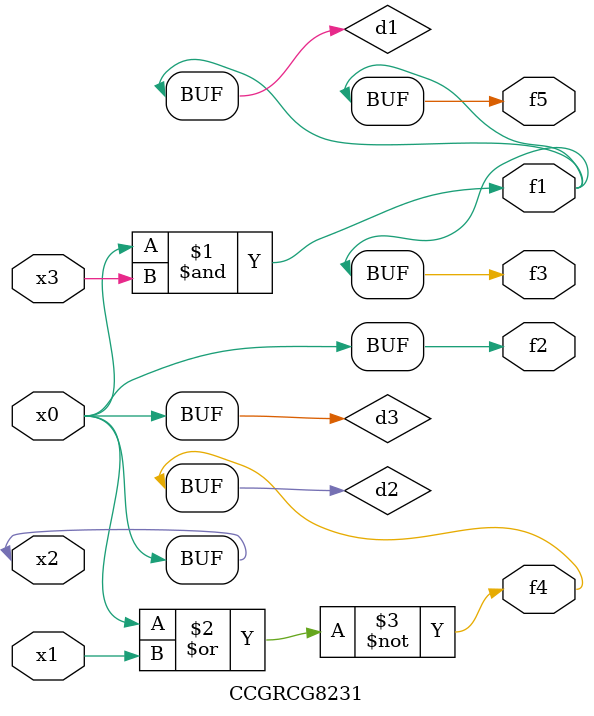
<source format=v>
module CCGRCG8231(
	input x0, x1, x2, x3,
	output f1, f2, f3, f4, f5
);

	wire d1, d2, d3;

	and (d1, x2, x3);
	nor (d2, x0, x1);
	buf (d3, x0, x2);
	assign f1 = d1;
	assign f2 = d3;
	assign f3 = d1;
	assign f4 = d2;
	assign f5 = d1;
endmodule

</source>
